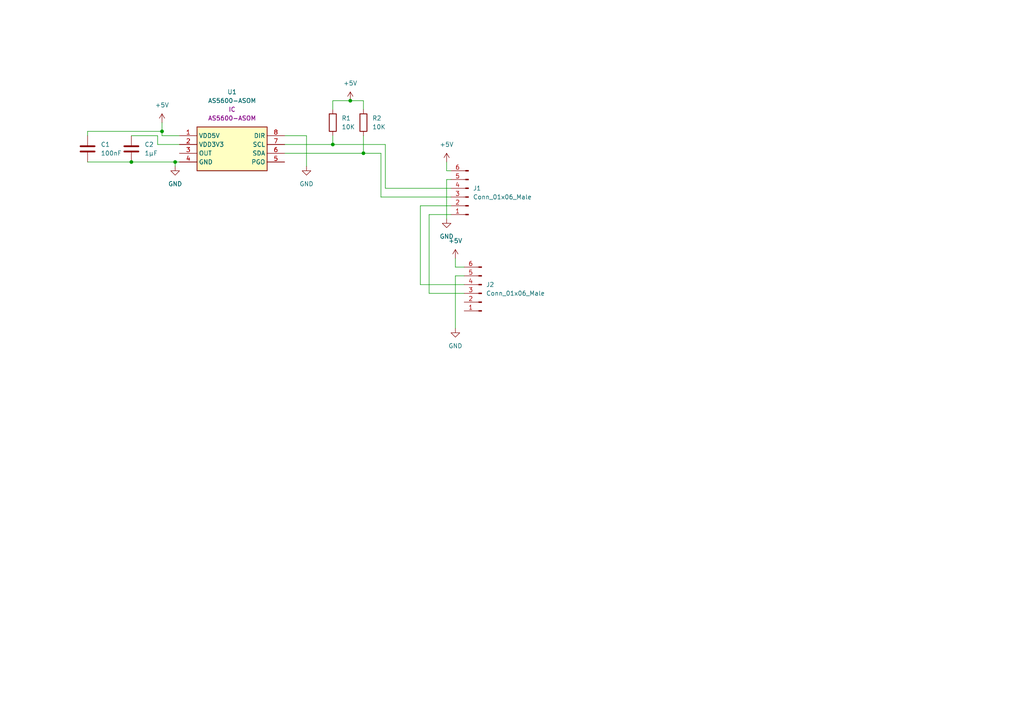
<source format=kicad_sch>
(kicad_sch (version 20211123) (generator eeschema)

  (uuid 6fb8dd80-adb1-4815-b60a-c095d7ded0e1)

  (paper "A4")

  (lib_symbols
    (symbol "AS5600:AS5600-ASOM" (in_bom yes) (on_board yes)
      (property "Reference" "" (id 0) (at 0 0 0)
        (effects (font (size 1.27 1.27)))
      )
      (property "Value" "AS5600-ASOM" (id 1) (at 0 0 0)
        (effects (font (size 1.27 1.27)))
      )
      (property "Footprint" "" (id 2) (at 0 0 0)
        (effects (font (size 1.27 1.27)) hide)
      )
      (property "Datasheet" "" (id 3) (at 0 0 0)
        (effects (font (size 1.27 1.27)) hide)
      )
      (property "Reference_1" "IC" (id 4) (at 26.67 7.62 0)
        (effects (font (size 1.27 1.27)) (justify left top))
      )
      (property "Value_1" "AS5600-ASOM" (id 5) (at 26.67 5.08 0)
        (effects (font (size 1.27 1.27)) (justify left top))
      )
      (property "Footprint_1" "SOIC127P600X175-8N" (id 6) (at 26.67 -94.92 0)
        (effects (font (size 1.27 1.27)) (justify left top) hide)
      )
      (property "Datasheet_1" "https://datasheet.datasheetarchive.com/originals/distributors/DKDS-11/214624.pdf" (id 7) (at 26.67 -194.92 0)
        (effects (font (size 1.27 1.27)) (justify left top) hide)
      )
      (property "Height" "1.75" (id 8) (at 26.67 -394.92 0)
        (effects (font (size 1.27 1.27)) (justify left top) hide)
      )
      (property "Mouser Part Number" "985-AS5600-ASOM" (id 9) (at 26.67 -494.92 0)
        (effects (font (size 1.27 1.27)) (justify left top) hide)
      )
      (property "Mouser Price/Stock" "https://www.mouser.co.uk/ProductDetail/ams/AS5600-ASOM?qs=KTMMzrZdriG6aU1h9lJCUQ%3D%3D" (id 10) (at 26.67 -594.92 0)
        (effects (font (size 1.27 1.27)) (justify left top) hide)
      )
      (property "Manufacturer_Name" "ams" (id 11) (at 26.67 -694.92 0)
        (effects (font (size 1.27 1.27)) (justify left top) hide)
      )
      (property "Manufacturer_Part_Number" "AS5600-ASOM" (id 12) (at 26.67 -794.92 0)
        (effects (font (size 1.27 1.27)) (justify left top) hide)
      )
      (property "ki_description" "IC SENSOR MAG ROTARY 12BIT 8SOIC" (id 13) (at 0 0 0)
        (effects (font (size 1.27 1.27)) hide)
      )
      (symbol "AS5600-ASOM_1_1"
        (rectangle (start 5.08 2.54) (end 25.4 -10.16)
          (stroke (width 0.254) (type default) (color 0 0 0 0))
          (fill (type background))
        )
        (pin passive line (at 0 0 0) (length 5.08)
          (name "VDD5V" (effects (font (size 1.27 1.27))))
          (number "1" (effects (font (size 1.27 1.27))))
        )
        (pin passive line (at 0 -2.54 0) (length 5.08)
          (name "VDD3V3" (effects (font (size 1.27 1.27))))
          (number "2" (effects (font (size 1.27 1.27))))
        )
        (pin passive line (at 0 -5.08 0) (length 5.08)
          (name "OUT" (effects (font (size 1.27 1.27))))
          (number "3" (effects (font (size 1.27 1.27))))
        )
        (pin passive line (at 0 -7.62 0) (length 5.08)
          (name "GND" (effects (font (size 1.27 1.27))))
          (number "4" (effects (font (size 1.27 1.27))))
        )
        (pin passive line (at 30.48 -7.62 180) (length 5.08)
          (name "PGO" (effects (font (size 1.27 1.27))))
          (number "5" (effects (font (size 1.27 1.27))))
        )
        (pin passive line (at 30.48 -5.08 180) (length 5.08)
          (name "SDA" (effects (font (size 1.27 1.27))))
          (number "6" (effects (font (size 1.27 1.27))))
        )
        (pin passive line (at 30.48 -2.54 180) (length 5.08)
          (name "SCL" (effects (font (size 1.27 1.27))))
          (number "7" (effects (font (size 1.27 1.27))))
        )
        (pin passive line (at 30.48 0 180) (length 5.08)
          (name "DIR" (effects (font (size 1.27 1.27))))
          (number "8" (effects (font (size 1.27 1.27))))
        )
      )
    )
    (symbol "Connector:Conn_01x06_Male" (pin_names (offset 1.016) hide) (in_bom yes) (on_board yes)
      (property "Reference" "J" (id 0) (at 0 7.62 0)
        (effects (font (size 1.27 1.27)))
      )
      (property "Value" "Conn_01x06_Male" (id 1) (at 0 -10.16 0)
        (effects (font (size 1.27 1.27)))
      )
      (property "Footprint" "" (id 2) (at 0 0 0)
        (effects (font (size 1.27 1.27)) hide)
      )
      (property "Datasheet" "~" (id 3) (at 0 0 0)
        (effects (font (size 1.27 1.27)) hide)
      )
      (property "ki_keywords" "connector" (id 4) (at 0 0 0)
        (effects (font (size 1.27 1.27)) hide)
      )
      (property "ki_description" "Generic connector, single row, 01x06, script generated (kicad-library-utils/schlib/autogen/connector/)" (id 5) (at 0 0 0)
        (effects (font (size 1.27 1.27)) hide)
      )
      (property "ki_fp_filters" "Connector*:*_1x??_*" (id 6) (at 0 0 0)
        (effects (font (size 1.27 1.27)) hide)
      )
      (symbol "Conn_01x06_Male_1_1"
        (polyline
          (pts
            (xy 1.27 -7.62)
            (xy 0.8636 -7.62)
          )
          (stroke (width 0.1524) (type default) (color 0 0 0 0))
          (fill (type none))
        )
        (polyline
          (pts
            (xy 1.27 -5.08)
            (xy 0.8636 -5.08)
          )
          (stroke (width 0.1524) (type default) (color 0 0 0 0))
          (fill (type none))
        )
        (polyline
          (pts
            (xy 1.27 -2.54)
            (xy 0.8636 -2.54)
          )
          (stroke (width 0.1524) (type default) (color 0 0 0 0))
          (fill (type none))
        )
        (polyline
          (pts
            (xy 1.27 0)
            (xy 0.8636 0)
          )
          (stroke (width 0.1524) (type default) (color 0 0 0 0))
          (fill (type none))
        )
        (polyline
          (pts
            (xy 1.27 2.54)
            (xy 0.8636 2.54)
          )
          (stroke (width 0.1524) (type default) (color 0 0 0 0))
          (fill (type none))
        )
        (polyline
          (pts
            (xy 1.27 5.08)
            (xy 0.8636 5.08)
          )
          (stroke (width 0.1524) (type default) (color 0 0 0 0))
          (fill (type none))
        )
        (rectangle (start 0.8636 -7.493) (end 0 -7.747)
          (stroke (width 0.1524) (type default) (color 0 0 0 0))
          (fill (type outline))
        )
        (rectangle (start 0.8636 -4.953) (end 0 -5.207)
          (stroke (width 0.1524) (type default) (color 0 0 0 0))
          (fill (type outline))
        )
        (rectangle (start 0.8636 -2.413) (end 0 -2.667)
          (stroke (width 0.1524) (type default) (color 0 0 0 0))
          (fill (type outline))
        )
        (rectangle (start 0.8636 0.127) (end 0 -0.127)
          (stroke (width 0.1524) (type default) (color 0 0 0 0))
          (fill (type outline))
        )
        (rectangle (start 0.8636 2.667) (end 0 2.413)
          (stroke (width 0.1524) (type default) (color 0 0 0 0))
          (fill (type outline))
        )
        (rectangle (start 0.8636 5.207) (end 0 4.953)
          (stroke (width 0.1524) (type default) (color 0 0 0 0))
          (fill (type outline))
        )
        (pin passive line (at 5.08 5.08 180) (length 3.81)
          (name "Pin_1" (effects (font (size 1.27 1.27))))
          (number "1" (effects (font (size 1.27 1.27))))
        )
        (pin passive line (at 5.08 2.54 180) (length 3.81)
          (name "Pin_2" (effects (font (size 1.27 1.27))))
          (number "2" (effects (font (size 1.27 1.27))))
        )
        (pin passive line (at 5.08 0 180) (length 3.81)
          (name "Pin_3" (effects (font (size 1.27 1.27))))
          (number "3" (effects (font (size 1.27 1.27))))
        )
        (pin passive line (at 5.08 -2.54 180) (length 3.81)
          (name "Pin_4" (effects (font (size 1.27 1.27))))
          (number "4" (effects (font (size 1.27 1.27))))
        )
        (pin passive line (at 5.08 -5.08 180) (length 3.81)
          (name "Pin_5" (effects (font (size 1.27 1.27))))
          (number "5" (effects (font (size 1.27 1.27))))
        )
        (pin passive line (at 5.08 -7.62 180) (length 3.81)
          (name "Pin_6" (effects (font (size 1.27 1.27))))
          (number "6" (effects (font (size 1.27 1.27))))
        )
      )
    )
    (symbol "Device:C" (pin_numbers hide) (pin_names (offset 0.254)) (in_bom yes) (on_board yes)
      (property "Reference" "C" (id 0) (at 0.635 2.54 0)
        (effects (font (size 1.27 1.27)) (justify left))
      )
      (property "Value" "C" (id 1) (at 0.635 -2.54 0)
        (effects (font (size 1.27 1.27)) (justify left))
      )
      (property "Footprint" "" (id 2) (at 0.9652 -3.81 0)
        (effects (font (size 1.27 1.27)) hide)
      )
      (property "Datasheet" "~" (id 3) (at 0 0 0)
        (effects (font (size 1.27 1.27)) hide)
      )
      (property "ki_keywords" "cap capacitor" (id 4) (at 0 0 0)
        (effects (font (size 1.27 1.27)) hide)
      )
      (property "ki_description" "Unpolarized capacitor" (id 5) (at 0 0 0)
        (effects (font (size 1.27 1.27)) hide)
      )
      (property "ki_fp_filters" "C_*" (id 6) (at 0 0 0)
        (effects (font (size 1.27 1.27)) hide)
      )
      (symbol "C_0_1"
        (polyline
          (pts
            (xy -2.032 -0.762)
            (xy 2.032 -0.762)
          )
          (stroke (width 0.508) (type default) (color 0 0 0 0))
          (fill (type none))
        )
        (polyline
          (pts
            (xy -2.032 0.762)
            (xy 2.032 0.762)
          )
          (stroke (width 0.508) (type default) (color 0 0 0 0))
          (fill (type none))
        )
      )
      (symbol "C_1_1"
        (pin passive line (at 0 3.81 270) (length 2.794)
          (name "~" (effects (font (size 1.27 1.27))))
          (number "1" (effects (font (size 1.27 1.27))))
        )
        (pin passive line (at 0 -3.81 90) (length 2.794)
          (name "~" (effects (font (size 1.27 1.27))))
          (number "2" (effects (font (size 1.27 1.27))))
        )
      )
    )
    (symbol "Device:R" (pin_numbers hide) (pin_names (offset 0)) (in_bom yes) (on_board yes)
      (property "Reference" "R" (id 0) (at 2.032 0 90)
        (effects (font (size 1.27 1.27)))
      )
      (property "Value" "R" (id 1) (at 0 0 90)
        (effects (font (size 1.27 1.27)))
      )
      (property "Footprint" "" (id 2) (at -1.778 0 90)
        (effects (font (size 1.27 1.27)) hide)
      )
      (property "Datasheet" "~" (id 3) (at 0 0 0)
        (effects (font (size 1.27 1.27)) hide)
      )
      (property "ki_keywords" "R res resistor" (id 4) (at 0 0 0)
        (effects (font (size 1.27 1.27)) hide)
      )
      (property "ki_description" "Resistor" (id 5) (at 0 0 0)
        (effects (font (size 1.27 1.27)) hide)
      )
      (property "ki_fp_filters" "R_*" (id 6) (at 0 0 0)
        (effects (font (size 1.27 1.27)) hide)
      )
      (symbol "R_0_1"
        (rectangle (start -1.016 -2.54) (end 1.016 2.54)
          (stroke (width 0.254) (type default) (color 0 0 0 0))
          (fill (type none))
        )
      )
      (symbol "R_1_1"
        (pin passive line (at 0 3.81 270) (length 1.27)
          (name "~" (effects (font (size 1.27 1.27))))
          (number "1" (effects (font (size 1.27 1.27))))
        )
        (pin passive line (at 0 -3.81 90) (length 1.27)
          (name "~" (effects (font (size 1.27 1.27))))
          (number "2" (effects (font (size 1.27 1.27))))
        )
      )
    )
    (symbol "power:+5V" (power) (pin_names (offset 0)) (in_bom yes) (on_board yes)
      (property "Reference" "#PWR" (id 0) (at 0 -3.81 0)
        (effects (font (size 1.27 1.27)) hide)
      )
      (property "Value" "+5V" (id 1) (at 0 3.556 0)
        (effects (font (size 1.27 1.27)))
      )
      (property "Footprint" "" (id 2) (at 0 0 0)
        (effects (font (size 1.27 1.27)) hide)
      )
      (property "Datasheet" "" (id 3) (at 0 0 0)
        (effects (font (size 1.27 1.27)) hide)
      )
      (property "ki_keywords" "power-flag" (id 4) (at 0 0 0)
        (effects (font (size 1.27 1.27)) hide)
      )
      (property "ki_description" "Power symbol creates a global label with name \"+5V\"" (id 5) (at 0 0 0)
        (effects (font (size 1.27 1.27)) hide)
      )
      (symbol "+5V_0_1"
        (polyline
          (pts
            (xy -0.762 1.27)
            (xy 0 2.54)
          )
          (stroke (width 0) (type default) (color 0 0 0 0))
          (fill (type none))
        )
        (polyline
          (pts
            (xy 0 0)
            (xy 0 2.54)
          )
          (stroke (width 0) (type default) (color 0 0 0 0))
          (fill (type none))
        )
        (polyline
          (pts
            (xy 0 2.54)
            (xy 0.762 1.27)
          )
          (stroke (width 0) (type default) (color 0 0 0 0))
          (fill (type none))
        )
      )
      (symbol "+5V_1_1"
        (pin power_in line (at 0 0 90) (length 0) hide
          (name "+5V" (effects (font (size 1.27 1.27))))
          (number "1" (effects (font (size 1.27 1.27))))
        )
      )
    )
    (symbol "power:GND" (power) (pin_names (offset 0)) (in_bom yes) (on_board yes)
      (property "Reference" "#PWR" (id 0) (at 0 -6.35 0)
        (effects (font (size 1.27 1.27)) hide)
      )
      (property "Value" "GND" (id 1) (at 0 -3.81 0)
        (effects (font (size 1.27 1.27)))
      )
      (property "Footprint" "" (id 2) (at 0 0 0)
        (effects (font (size 1.27 1.27)) hide)
      )
      (property "Datasheet" "" (id 3) (at 0 0 0)
        (effects (font (size 1.27 1.27)) hide)
      )
      (property "ki_keywords" "power-flag" (id 4) (at 0 0 0)
        (effects (font (size 1.27 1.27)) hide)
      )
      (property "ki_description" "Power symbol creates a global label with name \"GND\" , ground" (id 5) (at 0 0 0)
        (effects (font (size 1.27 1.27)) hide)
      )
      (symbol "GND_0_1"
        (polyline
          (pts
            (xy 0 0)
            (xy 0 -1.27)
            (xy 1.27 -1.27)
            (xy 0 -2.54)
            (xy -1.27 -1.27)
            (xy 0 -1.27)
          )
          (stroke (width 0) (type default) (color 0 0 0 0))
          (fill (type none))
        )
      )
      (symbol "GND_1_1"
        (pin power_in line (at 0 0 270) (length 0) hide
          (name "GND" (effects (font (size 1.27 1.27))))
          (number "1" (effects (font (size 1.27 1.27))))
        )
      )
    )
  )

  (junction (at 50.8 46.99) (diameter 0) (color 0 0 0 0)
    (uuid 258e2948-6f37-440f-bf8a-1866e566a85d)
  )
  (junction (at 101.6 29.21) (diameter 0) (color 0 0 0 0)
    (uuid 339f9514-c515-4e7f-8f02-3975d830227a)
  )
  (junction (at 96.52 41.91) (diameter 0) (color 0 0 0 0)
    (uuid a8ce1267-f801-4146-9a5a-ccf719f23c92)
  )
  (junction (at 105.41 44.45) (diameter 0) (color 0 0 0 0)
    (uuid b78f246e-df3e-4375-a473-278674798c1d)
  )
  (junction (at 38.1 46.99) (diameter 0) (color 0 0 0 0)
    (uuid c96d5ae8-2084-48b8-8d9e-85aa1715e07b)
  )
  (junction (at 46.99 38.1) (diameter 0) (color 0 0 0 0)
    (uuid eb871a91-1b2e-4570-a611-2275acb2f051)
  )

  (wire (pts (xy 46.99 38.1) (xy 25.4 38.1))
    (stroke (width 0) (type default) (color 0 0 0 0))
    (uuid 0152c1ba-51e6-4bf6-881d-9588139e3232)
  )
  (wire (pts (xy 121.92 82.55) (xy 134.62 82.55))
    (stroke (width 0) (type default) (color 0 0 0 0))
    (uuid 0303031c-78d8-4b26-a2be-776af75729a6)
  )
  (wire (pts (xy 110.49 57.15) (xy 130.81 57.15))
    (stroke (width 0) (type default) (color 0 0 0 0))
    (uuid 05d31287-8c12-4bb6-af65-90a6778ae88e)
  )
  (wire (pts (xy 111.76 54.61) (xy 111.76 41.91))
    (stroke (width 0) (type default) (color 0 0 0 0))
    (uuid 073ff7cb-a1c3-4160-89c3-d3d371ee6d62)
  )
  (wire (pts (xy 88.9 39.37) (xy 88.9 48.26))
    (stroke (width 0) (type default) (color 0 0 0 0))
    (uuid 09827563-8634-4c4a-a23a-d4b67bba2d8b)
  )
  (wire (pts (xy 105.41 44.45) (xy 105.41 39.37))
    (stroke (width 0) (type default) (color 0 0 0 0))
    (uuid 0b5974d5-87ad-46b8-bdef-71e219d94ee6)
  )
  (wire (pts (xy 38.1 39.37) (xy 45.72 39.37))
    (stroke (width 0) (type default) (color 0 0 0 0))
    (uuid 0d53b420-3d6e-4d06-bc21-a8577ff48fb8)
  )
  (wire (pts (xy 38.1 46.99) (xy 50.8 46.99))
    (stroke (width 0) (type default) (color 0 0 0 0))
    (uuid 0d90047c-1b16-49e4-87e3-ba07463cd5e5)
  )
  (wire (pts (xy 111.76 41.91) (xy 96.52 41.91))
    (stroke (width 0) (type default) (color 0 0 0 0))
    (uuid 1202b442-750b-4360-925d-63514e26e0f9)
  )
  (wire (pts (xy 46.99 38.1) (xy 46.99 39.37))
    (stroke (width 0) (type default) (color 0 0 0 0))
    (uuid 1a6d23a2-8591-4f88-9faa-8866febef3fa)
  )
  (wire (pts (xy 110.49 57.15) (xy 110.49 44.45))
    (stroke (width 0) (type default) (color 0 0 0 0))
    (uuid 1ab176fc-2ad0-420a-9ee5-ba19dc211f8c)
  )
  (wire (pts (xy 105.41 29.21) (xy 101.6 29.21))
    (stroke (width 0) (type default) (color 0 0 0 0))
    (uuid 1f02e674-5a77-4f74-b8a3-4a347ad62ac3)
  )
  (wire (pts (xy 105.41 31.75) (xy 105.41 29.21))
    (stroke (width 0) (type default) (color 0 0 0 0))
    (uuid 2ea82e4f-4bf6-42d9-bbd9-6d303ddc61ff)
  )
  (wire (pts (xy 46.99 35.56) (xy 46.99 38.1))
    (stroke (width 0) (type default) (color 0 0 0 0))
    (uuid 306ca52f-3834-4110-8f81-d16a7dc09ba9)
  )
  (wire (pts (xy 121.92 59.69) (xy 121.92 82.55))
    (stroke (width 0) (type default) (color 0 0 0 0))
    (uuid 38776aed-16fe-4307-b699-1c4a9c0d50b2)
  )
  (wire (pts (xy 96.52 29.21) (xy 101.6 29.21))
    (stroke (width 0) (type default) (color 0 0 0 0))
    (uuid 3b10268c-e5bb-4a16-9ff0-edb0587d1346)
  )
  (wire (pts (xy 124.46 85.09) (xy 134.62 85.09))
    (stroke (width 0) (type default) (color 0 0 0 0))
    (uuid 4ae0109a-e670-485f-bc57-d9ba3d90abb7)
  )
  (wire (pts (xy 130.81 59.69) (xy 121.92 59.69))
    (stroke (width 0) (type default) (color 0 0 0 0))
    (uuid 58cb6a2e-91d8-4f5f-a5d6-fafa5b6f5076)
  )
  (wire (pts (xy 129.54 52.07) (xy 130.81 52.07))
    (stroke (width 0) (type default) (color 0 0 0 0))
    (uuid 606ff68e-743c-4de6-98c8-7250ef6b41d0)
  )
  (wire (pts (xy 110.49 44.45) (xy 105.41 44.45))
    (stroke (width 0) (type default) (color 0 0 0 0))
    (uuid 618d0718-7414-4b16-b949-6321f23b6754)
  )
  (wire (pts (xy 124.46 62.23) (xy 124.46 85.09))
    (stroke (width 0) (type default) (color 0 0 0 0))
    (uuid 648578da-d766-480b-bf49-9a565d522400)
  )
  (wire (pts (xy 50.8 46.99) (xy 52.07 46.99))
    (stroke (width 0) (type default) (color 0 0 0 0))
    (uuid 68ba9fd0-ef6c-4ece-bc17-8be8b3d12c52)
  )
  (wire (pts (xy 129.54 49.53) (xy 130.81 49.53))
    (stroke (width 0) (type default) (color 0 0 0 0))
    (uuid 79af341e-cf88-40b9-bfff-16ba5af91167)
  )
  (wire (pts (xy 82.55 44.45) (xy 105.41 44.45))
    (stroke (width 0) (type default) (color 0 0 0 0))
    (uuid 7d27ff50-20e4-4c08-aa33-9c01daef56c8)
  )
  (wire (pts (xy 129.54 63.5) (xy 129.54 52.07))
    (stroke (width 0) (type default) (color 0 0 0 0))
    (uuid 80645ba6-a445-46ce-958e-3f4380b18294)
  )
  (wire (pts (xy 46.99 39.37) (xy 52.07 39.37))
    (stroke (width 0) (type default) (color 0 0 0 0))
    (uuid 87dbffb9-9aa8-47f0-bd54-a6e3d804702e)
  )
  (wire (pts (xy 111.76 54.61) (xy 130.81 54.61))
    (stroke (width 0) (type default) (color 0 0 0 0))
    (uuid 8da3b342-2596-42b8-8923-5c073d4e975f)
  )
  (wire (pts (xy 132.08 74.93) (xy 132.08 77.47))
    (stroke (width 0) (type default) (color 0 0 0 0))
    (uuid 90af81a1-a537-486d-863f-9e5bff63bf8a)
  )
  (wire (pts (xy 132.08 95.25) (xy 132.08 80.01))
    (stroke (width 0) (type default) (color 0 0 0 0))
    (uuid 9c1fa01d-2a26-4266-90d1-7cd11eb5db59)
  )
  (wire (pts (xy 96.52 31.75) (xy 96.52 29.21))
    (stroke (width 0) (type default) (color 0 0 0 0))
    (uuid 9eebacb0-1781-4c7f-b790-15ef81729cb9)
  )
  (wire (pts (xy 45.72 39.37) (xy 45.72 41.91))
    (stroke (width 0) (type default) (color 0 0 0 0))
    (uuid a1394d08-e550-4bdb-be80-522372a286da)
  )
  (wire (pts (xy 132.08 80.01) (xy 134.62 80.01))
    (stroke (width 0) (type default) (color 0 0 0 0))
    (uuid aff192f7-0fbc-440b-aa5c-c282c97a9716)
  )
  (wire (pts (xy 129.54 46.99) (xy 129.54 49.53))
    (stroke (width 0) (type default) (color 0 0 0 0))
    (uuid caed76af-17c2-4ebd-a236-ddd36e61a0ed)
  )
  (wire (pts (xy 50.8 46.99) (xy 50.8 48.26))
    (stroke (width 0) (type default) (color 0 0 0 0))
    (uuid d37dcd14-895b-4e9b-86d9-ce2c636c11c6)
  )
  (wire (pts (xy 82.55 39.37) (xy 88.9 39.37))
    (stroke (width 0) (type default) (color 0 0 0 0))
    (uuid db28cf62-a9df-4068-9b46-c9260e0088c8)
  )
  (wire (pts (xy 130.81 62.23) (xy 124.46 62.23))
    (stroke (width 0) (type default) (color 0 0 0 0))
    (uuid dbb6f2a7-706a-4019-94b8-ac2a06ec74c8)
  )
  (wire (pts (xy 25.4 46.99) (xy 38.1 46.99))
    (stroke (width 0) (type default) (color 0 0 0 0))
    (uuid dd2ac640-1d65-495f-bec6-bc898bd509ee)
  )
  (wire (pts (xy 45.72 41.91) (xy 52.07 41.91))
    (stroke (width 0) (type default) (color 0 0 0 0))
    (uuid de36b7ec-125a-487a-bda9-20340b137941)
  )
  (wire (pts (xy 82.55 41.91) (xy 96.52 41.91))
    (stroke (width 0) (type default) (color 0 0 0 0))
    (uuid e07da386-725f-450d-b26f-a6a3068109ff)
  )
  (wire (pts (xy 132.08 77.47) (xy 134.62 77.47))
    (stroke (width 0) (type default) (color 0 0 0 0))
    (uuid e109f2f8-43d7-41bb-827a-039eb015e92f)
  )
  (wire (pts (xy 96.52 41.91) (xy 96.52 39.37))
    (stroke (width 0) (type default) (color 0 0 0 0))
    (uuid e56eda78-cd8f-4546-a0b2-9c044eceb933)
  )
  (wire (pts (xy 25.4 38.1) (xy 25.4 39.37))
    (stroke (width 0) (type default) (color 0 0 0 0))
    (uuid f362a410-49d5-4b40-9d82-a5d8960934eb)
  )

  (symbol (lib_id "AS5600:AS5600-ASOM") (at 52.07 39.37 0) (unit 1)
    (in_bom yes) (on_board yes) (fields_autoplaced)
    (uuid 0364776d-fd47-4bf2-ab0f-ae0587ddaded)
    (property "Reference" "U1" (id 0) (at 67.31 26.67 0))
    (property "Value" "AS5600-ASOM" (id 1) (at 67.31 29.21 0))
    (property "Footprint" "as5600_kicad:SOIC127P600X175-8N" (id 2) (at 52.07 39.37 0)
      (effects (font (size 1.27 1.27)) hide)
    )
    (property "Datasheet" "" (id 3) (at 52.07 39.37 0)
      (effects (font (size 1.27 1.27)) hide)
    )
    (property "Reference_1" "IC" (id 4) (at 67.31 31.75 0))
    (property "Value_1" "AS5600-ASOM" (id 5) (at 67.31 34.29 0))
    (property "Footprint_1" "SOIC127P600X175-8N" (id 6) (at 78.74 134.29 0)
      (effects (font (size 1.27 1.27)) (justify left top) hide)
    )
    (property "Datasheet_1" "https://datasheet.datasheetarchive.com/originals/distributors/DKDS-11/214624.pdf" (id 7) (at 78.74 234.29 0)
      (effects (font (size 1.27 1.27)) (justify left top) hide)
    )
    (property "Height" "1.75" (id 8) (at 78.74 434.29 0)
      (effects (font (size 1.27 1.27)) (justify left top) hide)
    )
    (property "Mouser Part Number" "985-AS5600-ASOM" (id 9) (at 78.74 534.29 0)
      (effects (font (size 1.27 1.27)) (justify left top) hide)
    )
    (property "Mouser Price/Stock" "https://www.mouser.co.uk/ProductDetail/ams/AS5600-ASOM?qs=KTMMzrZdriG6aU1h9lJCUQ%3D%3D" (id 10) (at 78.74 634.29 0)
      (effects (font (size 1.27 1.27)) (justify left top) hide)
    )
    (property "Manufacturer_Name" "ams" (id 11) (at 78.74 734.29 0)
      (effects (font (size 1.27 1.27)) (justify left top) hide)
    )
    (property "Manufacturer_Part_Number" "AS5600-ASOM" (id 12) (at 78.74 834.29 0)
      (effects (font (size 1.27 1.27)) (justify left top) hide)
    )
    (pin "1" (uuid ec9821eb-ab22-447f-a52f-f46cfe7bd6b4))
    (pin "2" (uuid 04052d5b-5424-4e8f-832d-15163c851a2d))
    (pin "3" (uuid b6edfd5c-bb6b-4d8f-b0e1-164ad59316ce))
    (pin "4" (uuid 8bd88f0b-fc24-414f-982a-5f0ec4e316eb))
    (pin "5" (uuid b3fa32cd-51a2-4ddd-a595-eb9961cecb48))
    (pin "6" (uuid 8e7cfcb1-3c5d-4e85-8e82-9d9c4453a9df))
    (pin "7" (uuid 8b795092-acc0-409e-93f5-d77f288faccf))
    (pin "8" (uuid 4c26de27-ba4f-434f-8fab-f751dd039073))
  )

  (symbol (lib_id "power:GND") (at 132.08 95.25 0) (unit 1)
    (in_bom yes) (on_board yes) (fields_autoplaced)
    (uuid 09b94b26-f75e-4959-8931-8b64b70fb808)
    (property "Reference" "#PWR08" (id 0) (at 132.08 101.6 0)
      (effects (font (size 1.27 1.27)) hide)
    )
    (property "Value" "GND" (id 1) (at 132.08 100.33 0))
    (property "Footprint" "" (id 2) (at 132.08 95.25 0)
      (effects (font (size 1.27 1.27)) hide)
    )
    (property "Datasheet" "" (id 3) (at 132.08 95.25 0)
      (effects (font (size 1.27 1.27)) hide)
    )
    (pin "1" (uuid 7d14a646-f58e-4d6b-8171-f034d732b53c))
  )

  (symbol (lib_id "power:GND") (at 129.54 63.5 0) (unit 1)
    (in_bom yes) (on_board yes) (fields_autoplaced)
    (uuid 1f97e54a-971d-4236-966c-1fea1682f171)
    (property "Reference" "#PWR06" (id 0) (at 129.54 69.85 0)
      (effects (font (size 1.27 1.27)) hide)
    )
    (property "Value" "GND" (id 1) (at 129.54 68.58 0))
    (property "Footprint" "" (id 2) (at 129.54 63.5 0)
      (effects (font (size 1.27 1.27)) hide)
    )
    (property "Datasheet" "" (id 3) (at 129.54 63.5 0)
      (effects (font (size 1.27 1.27)) hide)
    )
    (pin "1" (uuid 1dd8720d-42b8-4cb1-bcd6-56ed5ff723e4))
  )

  (symbol (lib_id "Device:R") (at 105.41 35.56 0) (unit 1)
    (in_bom yes) (on_board yes) (fields_autoplaced)
    (uuid 220fc24b-bb8c-45d4-b825-500de4f6b462)
    (property "Reference" "R2" (id 0) (at 107.95 34.2899 0)
      (effects (font (size 1.27 1.27)) (justify left))
    )
    (property "Value" "10K" (id 1) (at 107.95 36.8299 0)
      (effects (font (size 1.27 1.27)) (justify left))
    )
    (property "Footprint" "Resistor_SMD:R_1206_3216Metric_Pad1.30x1.75mm_HandSolder" (id 2) (at 103.632 35.56 90)
      (effects (font (size 1.27 1.27)) hide)
    )
    (property "Datasheet" "~" (id 3) (at 105.41 35.56 0)
      (effects (font (size 1.27 1.27)) hide)
    )
    (pin "1" (uuid 159f0065-c18f-45d9-8706-de8a27cebcf3))
    (pin "2" (uuid 560940c0-4d33-47c9-8421-0dcc6b128180))
  )

  (symbol (lib_id "Connector:Conn_01x06_Male") (at 135.89 57.15 180) (unit 1)
    (in_bom yes) (on_board yes) (fields_autoplaced)
    (uuid 2fb4db44-56a1-4e75-b0cf-6a0a4d6bfd81)
    (property "Reference" "J1" (id 0) (at 137.16 54.6099 0)
      (effects (font (size 1.27 1.27)) (justify right))
    )
    (property "Value" "Conn_01x06_Male" (id 1) (at 137.16 57.1499 0)
      (effects (font (size 1.27 1.27)) (justify right))
    )
    (property "Footprint" "as5600_kicad:FLATCON" (id 2) (at 135.89 57.15 0)
      (effects (font (size 1.27 1.27)) hide)
    )
    (property "Datasheet" "~" (id 3) (at 135.89 57.15 0)
      (effects (font (size 1.27 1.27)) hide)
    )
    (pin "1" (uuid a8c605db-9cea-4337-8f08-f4a50aa2b351))
    (pin "2" (uuid 6a0e1278-4b47-4771-9caa-9e3a1848effa))
    (pin "3" (uuid 2ceb5203-15b9-4124-bda6-08fc3056effa))
    (pin "4" (uuid ab0fe13f-3217-4402-95cc-f2757222d818))
    (pin "5" (uuid af8ff1da-3fd8-4d03-8a72-99eecf9bd2fd))
    (pin "6" (uuid 2d42bc7c-1306-4de4-b945-6786f5543f5f))
  )

  (symbol (lib_id "power:GND") (at 50.8 48.26 0) (unit 1)
    (in_bom yes) (on_board yes) (fields_autoplaced)
    (uuid 3b99d056-c3d8-477a-bad3-cfc297c6dab1)
    (property "Reference" "#PWR02" (id 0) (at 50.8 54.61 0)
      (effects (font (size 1.27 1.27)) hide)
    )
    (property "Value" "GND" (id 1) (at 50.8 53.34 0))
    (property "Footprint" "" (id 2) (at 50.8 48.26 0)
      (effects (font (size 1.27 1.27)) hide)
    )
    (property "Datasheet" "" (id 3) (at 50.8 48.26 0)
      (effects (font (size 1.27 1.27)) hide)
    )
    (pin "1" (uuid dc8773b8-4db7-4049-93f6-72ab8de1eaa1))
  )

  (symbol (lib_id "Device:C") (at 38.1 43.18 0) (unit 1)
    (in_bom yes) (on_board yes) (fields_autoplaced)
    (uuid 3cae0a02-20cc-4d61-858d-c86daf8307aa)
    (property "Reference" "C2" (id 0) (at 41.91 41.9099 0)
      (effects (font (size 1.27 1.27)) (justify left))
    )
    (property "Value" "1µF" (id 1) (at 41.91 44.4499 0)
      (effects (font (size 1.27 1.27)) (justify left))
    )
    (property "Footprint" "Resistor_SMD:R_0805_2012Metric_Pad1.20x1.40mm_HandSolder" (id 2) (at 39.0652 46.99 0)
      (effects (font (size 1.27 1.27)) hide)
    )
    (property "Datasheet" "~" (id 3) (at 38.1 43.18 0)
      (effects (font (size 1.27 1.27)) hide)
    )
    (pin "1" (uuid 6332218a-d2ce-401f-8e2b-9d4f6360beb4))
    (pin "2" (uuid 1b4359ce-b2d5-423b-bc3c-f9bc913dd027))
  )

  (symbol (lib_id "power:+5V") (at 129.54 46.99 0) (unit 1)
    (in_bom yes) (on_board yes) (fields_autoplaced)
    (uuid 4213d94a-5975-40e4-a7ad-d105c28f47d0)
    (property "Reference" "#PWR05" (id 0) (at 129.54 50.8 0)
      (effects (font (size 1.27 1.27)) hide)
    )
    (property "Value" "+5V" (id 1) (at 129.54 41.91 0))
    (property "Footprint" "" (id 2) (at 129.54 46.99 0)
      (effects (font (size 1.27 1.27)) hide)
    )
    (property "Datasheet" "" (id 3) (at 129.54 46.99 0)
      (effects (font (size 1.27 1.27)) hide)
    )
    (pin "1" (uuid 19b81cbe-dd95-404a-9af8-97aa3ca0a34d))
  )

  (symbol (lib_id "power:+5V") (at 132.08 74.93 0) (unit 1)
    (in_bom yes) (on_board yes) (fields_autoplaced)
    (uuid 5fe26447-27c3-4f86-8cfc-c121470aa441)
    (property "Reference" "#PWR07" (id 0) (at 132.08 78.74 0)
      (effects (font (size 1.27 1.27)) hide)
    )
    (property "Value" "+5V" (id 1) (at 132.08 69.85 0))
    (property "Footprint" "" (id 2) (at 132.08 74.93 0)
      (effects (font (size 1.27 1.27)) hide)
    )
    (property "Datasheet" "" (id 3) (at 132.08 74.93 0)
      (effects (font (size 1.27 1.27)) hide)
    )
    (pin "1" (uuid 7ee0ae9c-5825-4ad7-aaa2-c0869a2ffe54))
  )

  (symbol (lib_id "Device:R") (at 96.52 35.56 0) (unit 1)
    (in_bom yes) (on_board yes) (fields_autoplaced)
    (uuid 63e278bf-d6d1-4662-8267-a46ab24abc9d)
    (property "Reference" "R1" (id 0) (at 99.06 34.2899 0)
      (effects (font (size 1.27 1.27)) (justify left))
    )
    (property "Value" "10K" (id 1) (at 99.06 36.8299 0)
      (effects (font (size 1.27 1.27)) (justify left))
    )
    (property "Footprint" "Resistor_SMD:R_1206_3216Metric_Pad1.30x1.75mm_HandSolder" (id 2) (at 94.742 35.56 90)
      (effects (font (size 1.27 1.27)) hide)
    )
    (property "Datasheet" "~" (id 3) (at 96.52 35.56 0)
      (effects (font (size 1.27 1.27)) hide)
    )
    (pin "1" (uuid 036d640b-59c5-4d37-b9a5-0f1a3019aa87))
    (pin "2" (uuid 9bbda50b-34aa-4072-be6b-5d7c3ef0e2c5))
  )

  (symbol (lib_id "power:GND") (at 88.9 48.26 0) (unit 1)
    (in_bom yes) (on_board yes) (fields_autoplaced)
    (uuid 7e24af3d-15f5-4d7a-821b-4c57462c956d)
    (property "Reference" "#PWR03" (id 0) (at 88.9 54.61 0)
      (effects (font (size 1.27 1.27)) hide)
    )
    (property "Value" "GND" (id 1) (at 88.9 53.34 0))
    (property "Footprint" "" (id 2) (at 88.9 48.26 0)
      (effects (font (size 1.27 1.27)) hide)
    )
    (property "Datasheet" "" (id 3) (at 88.9 48.26 0)
      (effects (font (size 1.27 1.27)) hide)
    )
    (pin "1" (uuid 8dbd417c-9b8b-423f-8954-a5338c2de74b))
  )

  (symbol (lib_id "Connector:Conn_01x06_Male") (at 139.7 85.09 180) (unit 1)
    (in_bom yes) (on_board yes) (fields_autoplaced)
    (uuid 8d95eb9d-b838-487c-925b-d87e1158bb85)
    (property "Reference" "J2" (id 0) (at 140.97 82.5499 0)
      (effects (font (size 1.27 1.27)) (justify right))
    )
    (property "Value" "Conn_01x06_Male" (id 1) (at 140.97 85.0899 0)
      (effects (font (size 1.27 1.27)) (justify right))
    )
    (property "Footprint" "as5600_kicad:FLATCON" (id 2) (at 139.7 85.09 0)
      (effects (font (size 1.27 1.27)) hide)
    )
    (property "Datasheet" "~" (id 3) (at 139.7 85.09 0)
      (effects (font (size 1.27 1.27)) hide)
    )
    (pin "1" (uuid 43d52252-7032-4965-a295-d1b605e1ec15))
    (pin "2" (uuid a4aa4940-dbd6-43c6-a402-468c3e4bea93))
    (pin "3" (uuid f2688534-859d-4d21-9cb3-06c0c0d527bd))
    (pin "4" (uuid 4ee6572b-5044-4c08-9f35-4a7340ae5461))
    (pin "5" (uuid 7e3e5656-0182-4175-aeae-d0fef0428ead))
    (pin "6" (uuid 6c596ac7-1de1-4cdc-9279-bb7e10897ef6))
  )

  (symbol (lib_id "Device:C") (at 25.4 43.18 0) (unit 1)
    (in_bom yes) (on_board yes) (fields_autoplaced)
    (uuid 9b66e2e1-78b9-4cd0-b438-b383dc869199)
    (property "Reference" "C1" (id 0) (at 29.21 41.9099 0)
      (effects (font (size 1.27 1.27)) (justify left))
    )
    (property "Value" "100nF" (id 1) (at 29.21 44.4499 0)
      (effects (font (size 1.27 1.27)) (justify left))
    )
    (property "Footprint" "Resistor_SMD:R_0805_2012Metric_Pad1.20x1.40mm_HandSolder" (id 2) (at 26.3652 46.99 0)
      (effects (font (size 1.27 1.27)) hide)
    )
    (property "Datasheet" "~" (id 3) (at 25.4 43.18 0)
      (effects (font (size 1.27 1.27)) hide)
    )
    (pin "1" (uuid 3c938cce-3835-4c34-b0f6-8a4ce2b5da4a))
    (pin "2" (uuid 885ba373-935b-4da1-9f71-6cb8a61c7da3))
  )

  (symbol (lib_id "power:+5V") (at 46.99 35.56 0) (unit 1)
    (in_bom yes) (on_board yes) (fields_autoplaced)
    (uuid a02b11f6-e271-4430-b147-566d213a55e8)
    (property "Reference" "#PWR01" (id 0) (at 46.99 39.37 0)
      (effects (font (size 1.27 1.27)) hide)
    )
    (property "Value" "+5V" (id 1) (at 46.99 30.48 0))
    (property "Footprint" "" (id 2) (at 46.99 35.56 0)
      (effects (font (size 1.27 1.27)) hide)
    )
    (property "Datasheet" "" (id 3) (at 46.99 35.56 0)
      (effects (font (size 1.27 1.27)) hide)
    )
    (pin "1" (uuid ff5c540c-3080-4c62-a265-30f6cb96b8e0))
  )

  (symbol (lib_id "power:+5V") (at 101.6 29.21 0) (unit 1)
    (in_bom yes) (on_board yes) (fields_autoplaced)
    (uuid a9e75f60-9e56-4091-a0ec-4a055ed3ecb4)
    (property "Reference" "#PWR04" (id 0) (at 101.6 33.02 0)
      (effects (font (size 1.27 1.27)) hide)
    )
    (property "Value" "+5V" (id 1) (at 101.6 24.13 0))
    (property "Footprint" "" (id 2) (at 101.6 29.21 0)
      (effects (font (size 1.27 1.27)) hide)
    )
    (property "Datasheet" "" (id 3) (at 101.6 29.21 0)
      (effects (font (size 1.27 1.27)) hide)
    )
    (pin "1" (uuid 5066dd4b-4010-491b-a1a3-99c84671e080))
  )

  (sheet_instances
    (path "/" (page "1"))
  )

  (symbol_instances
    (path "/a02b11f6-e271-4430-b147-566d213a55e8"
      (reference "#PWR01") (unit 1) (value "+5V") (footprint "")
    )
    (path "/3b99d056-c3d8-477a-bad3-cfc297c6dab1"
      (reference "#PWR02") (unit 1) (value "GND") (footprint "")
    )
    (path "/7e24af3d-15f5-4d7a-821b-4c57462c956d"
      (reference "#PWR03") (unit 1) (value "GND") (footprint "")
    )
    (path "/a9e75f60-9e56-4091-a0ec-4a055ed3ecb4"
      (reference "#PWR04") (unit 1) (value "+5V") (footprint "")
    )
    (path "/4213d94a-5975-40e4-a7ad-d105c28f47d0"
      (reference "#PWR05") (unit 1) (value "+5V") (footprint "")
    )
    (path "/1f97e54a-971d-4236-966c-1fea1682f171"
      (reference "#PWR06") (unit 1) (value "GND") (footprint "")
    )
    (path "/5fe26447-27c3-4f86-8cfc-c121470aa441"
      (reference "#PWR07") (unit 1) (value "+5V") (footprint "")
    )
    (path "/09b94b26-f75e-4959-8931-8b64b70fb808"
      (reference "#PWR08") (unit 1) (value "GND") (footprint "")
    )
    (path "/9b66e2e1-78b9-4cd0-b438-b383dc869199"
      (reference "C1") (unit 1) (value "100nF") (footprint "Resistor_SMD:R_0805_2012Metric_Pad1.20x1.40mm_HandSolder")
    )
    (path "/3cae0a02-20cc-4d61-858d-c86daf8307aa"
      (reference "C2") (unit 1) (value "1µF") (footprint "Resistor_SMD:R_0805_2012Metric_Pad1.20x1.40mm_HandSolder")
    )
    (path "/2fb4db44-56a1-4e75-b0cf-6a0a4d6bfd81"
      (reference "J1") (unit 1) (value "Conn_01x06_Male") (footprint "as5600_kicad:FLATCON")
    )
    (path "/8d95eb9d-b838-487c-925b-d87e1158bb85"
      (reference "J2") (unit 1) (value "Conn_01x06_Male") (footprint "as5600_kicad:FLATCON")
    )
    (path "/63e278bf-d6d1-4662-8267-a46ab24abc9d"
      (reference "R1") (unit 1) (value "10K") (footprint "Resistor_SMD:R_1206_3216Metric_Pad1.30x1.75mm_HandSolder")
    )
    (path "/220fc24b-bb8c-45d4-b825-500de4f6b462"
      (reference "R2") (unit 1) (value "10K") (footprint "Resistor_SMD:R_1206_3216Metric_Pad1.30x1.75mm_HandSolder")
    )
    (path "/0364776d-fd47-4bf2-ab0f-ae0587ddaded"
      (reference "U1") (unit 1) (value "AS5600-ASOM") (footprint "as5600_kicad:SOIC127P600X175-8N")
    )
  )
)

</source>
